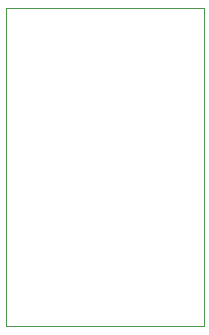
<source format=gbr>
G04 #@! TF.FileFunction,Profile,NP*
%FSLAX46Y46*%
G04 Gerber Fmt 4.6, Leading zero omitted, Abs format (unit mm)*
G04 Created by KiCad (PCBNEW 0.201505300414+5690~23~ubuntu14.04.1-product) date Sat 27 Jun 2015 05:42:46 PM PDT*
%MOMM*%
G01*
G04 APERTURE LIST*
%ADD10C,0.100000*%
G04 APERTURE END LIST*
D10*
X133858000Y-120142000D02*
X133858000Y-93218000D01*
X150622000Y-120142000D02*
X133858000Y-120142000D01*
X150622000Y-93218000D02*
X150622000Y-120142000D01*
X133858000Y-93218000D02*
X150622000Y-93218000D01*
M02*

</source>
